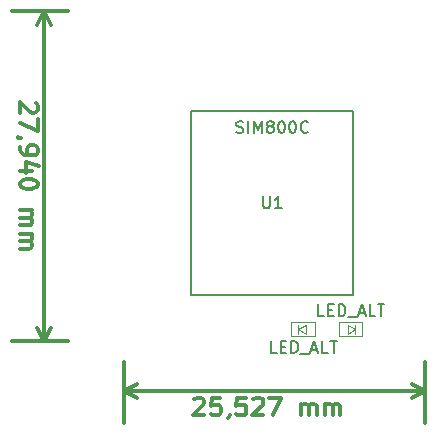
<source format=gbr>
G04 #@! TF.FileFunction,Other,Fab,Top*
%FSLAX46Y46*%
G04 Gerber Fmt 4.6, Leading zero omitted, Abs format (unit mm)*
G04 Created by KiCad (PCBNEW 4.0.6) date 08/13/17 18:46:42*
%MOMM*%
%LPD*%
G01*
G04 APERTURE LIST*
%ADD10C,0.100000*%
%ADD11C,0.300000*%
%ADD12C,0.150000*%
G04 APERTURE END LIST*
D10*
D11*
X131433971Y-70493715D02*
X131505400Y-70565144D01*
X131576829Y-70708001D01*
X131576829Y-71065144D01*
X131505400Y-71208001D01*
X131433971Y-71279430D01*
X131291114Y-71350858D01*
X131148257Y-71350858D01*
X130933971Y-71279430D01*
X130076829Y-70422287D01*
X130076829Y-71350858D01*
X131576829Y-71850858D02*
X131576829Y-72850858D01*
X130076829Y-72208001D01*
X130148257Y-73493714D02*
X130076829Y-73493714D01*
X129933971Y-73422286D01*
X129862543Y-73350857D01*
X130076829Y-74208000D02*
X130076829Y-74493715D01*
X130148257Y-74636572D01*
X130219686Y-74708000D01*
X130433971Y-74850858D01*
X130719686Y-74922286D01*
X131291114Y-74922286D01*
X131433971Y-74850858D01*
X131505400Y-74779429D01*
X131576829Y-74636572D01*
X131576829Y-74350858D01*
X131505400Y-74208000D01*
X131433971Y-74136572D01*
X131291114Y-74065143D01*
X130933971Y-74065143D01*
X130791114Y-74136572D01*
X130719686Y-74208000D01*
X130648257Y-74350858D01*
X130648257Y-74636572D01*
X130719686Y-74779429D01*
X130791114Y-74850858D01*
X130933971Y-74922286D01*
X131076829Y-76208000D02*
X130076829Y-76208000D01*
X131648257Y-75850857D02*
X130576829Y-75493714D01*
X130576829Y-76422286D01*
X131576829Y-77279428D02*
X131576829Y-77422285D01*
X131505400Y-77565142D01*
X131433971Y-77636571D01*
X131291114Y-77708000D01*
X131005400Y-77779428D01*
X130648257Y-77779428D01*
X130362543Y-77708000D01*
X130219686Y-77636571D01*
X130148257Y-77565142D01*
X130076829Y-77422285D01*
X130076829Y-77279428D01*
X130148257Y-77136571D01*
X130219686Y-77065142D01*
X130362543Y-76993714D01*
X130648257Y-76922285D01*
X131005400Y-76922285D01*
X131291114Y-76993714D01*
X131433971Y-77065142D01*
X131505400Y-77136571D01*
X131576829Y-77279428D01*
X130076829Y-79565142D02*
X131076829Y-79565142D01*
X130933971Y-79565142D02*
X131005400Y-79636570D01*
X131076829Y-79779428D01*
X131076829Y-79993713D01*
X131005400Y-80136570D01*
X130862543Y-80207999D01*
X130076829Y-80207999D01*
X130862543Y-80207999D02*
X131005400Y-80279428D01*
X131076829Y-80422285D01*
X131076829Y-80636570D01*
X131005400Y-80779428D01*
X130862543Y-80850856D01*
X130076829Y-80850856D01*
X130076829Y-81565142D02*
X131076829Y-81565142D01*
X130933971Y-81565142D02*
X131005400Y-81636570D01*
X131076829Y-81779428D01*
X131076829Y-81993713D01*
X131005400Y-82136570D01*
X130862543Y-82207999D01*
X130076829Y-82207999D01*
X130862543Y-82207999D02*
X131005400Y-82279428D01*
X131076829Y-82422285D01*
X131076829Y-82636570D01*
X131005400Y-82779428D01*
X130862543Y-82850856D01*
X130076829Y-82850856D01*
X132105400Y-62738000D02*
X132105400Y-90678000D01*
X134137400Y-62738000D02*
X129405400Y-62738000D01*
X134137400Y-90678000D02*
X129405400Y-90678000D01*
X132105400Y-90678000D02*
X131518979Y-89551496D01*
X132105400Y-90678000D02*
X132691821Y-89551496D01*
X132105400Y-62738000D02*
X131518979Y-63864504D01*
X132105400Y-62738000D02*
X132691821Y-63864504D01*
X144814115Y-95587429D02*
X144885544Y-95516000D01*
X145028401Y-95444571D01*
X145385544Y-95444571D01*
X145528401Y-95516000D01*
X145599830Y-95587429D01*
X145671258Y-95730286D01*
X145671258Y-95873143D01*
X145599830Y-96087429D01*
X144742687Y-96944571D01*
X145671258Y-96944571D01*
X147028401Y-95444571D02*
X146314115Y-95444571D01*
X146242686Y-96158857D01*
X146314115Y-96087429D01*
X146456972Y-96016000D01*
X146814115Y-96016000D01*
X146956972Y-96087429D01*
X147028401Y-96158857D01*
X147099829Y-96301714D01*
X147099829Y-96658857D01*
X147028401Y-96801714D01*
X146956972Y-96873143D01*
X146814115Y-96944571D01*
X146456972Y-96944571D01*
X146314115Y-96873143D01*
X146242686Y-96801714D01*
X147814114Y-96873143D02*
X147814114Y-96944571D01*
X147742686Y-97087429D01*
X147671257Y-97158857D01*
X149171258Y-95444571D02*
X148456972Y-95444571D01*
X148385543Y-96158857D01*
X148456972Y-96087429D01*
X148599829Y-96016000D01*
X148956972Y-96016000D01*
X149099829Y-96087429D01*
X149171258Y-96158857D01*
X149242686Y-96301714D01*
X149242686Y-96658857D01*
X149171258Y-96801714D01*
X149099829Y-96873143D01*
X148956972Y-96944571D01*
X148599829Y-96944571D01*
X148456972Y-96873143D01*
X148385543Y-96801714D01*
X149814114Y-95587429D02*
X149885543Y-95516000D01*
X150028400Y-95444571D01*
X150385543Y-95444571D01*
X150528400Y-95516000D01*
X150599829Y-95587429D01*
X150671257Y-95730286D01*
X150671257Y-95873143D01*
X150599829Y-96087429D01*
X149742686Y-96944571D01*
X150671257Y-96944571D01*
X151171257Y-95444571D02*
X152171257Y-95444571D01*
X151528400Y-96944571D01*
X153885542Y-96944571D02*
X153885542Y-95944571D01*
X153885542Y-96087429D02*
X153956970Y-96016000D01*
X154099828Y-95944571D01*
X154314113Y-95944571D01*
X154456970Y-96016000D01*
X154528399Y-96158857D01*
X154528399Y-96944571D01*
X154528399Y-96158857D02*
X154599828Y-96016000D01*
X154742685Y-95944571D01*
X154956970Y-95944571D01*
X155099828Y-96016000D01*
X155171256Y-96158857D01*
X155171256Y-96944571D01*
X155885542Y-96944571D02*
X155885542Y-95944571D01*
X155885542Y-96087429D02*
X155956970Y-96016000D01*
X156099828Y-95944571D01*
X156314113Y-95944571D01*
X156456970Y-96016000D01*
X156528399Y-96158857D01*
X156528399Y-96944571D01*
X156528399Y-96158857D02*
X156599828Y-96016000D01*
X156742685Y-95944571D01*
X156956970Y-95944571D01*
X157099828Y-96016000D01*
X157171256Y-96158857D01*
X157171256Y-96944571D01*
X164363400Y-94868999D02*
X138836400Y-94868999D01*
X164363400Y-92456000D02*
X164363400Y-97568999D01*
X138836400Y-92456000D02*
X138836400Y-97568999D01*
X138836400Y-94868999D02*
X139962904Y-94282578D01*
X138836400Y-94868999D02*
X139962904Y-95455420D01*
X164363400Y-94868999D02*
X163236896Y-94282578D01*
X164363400Y-94868999D02*
X163236896Y-95455420D01*
D10*
X158451000Y-90045000D02*
X158451000Y-89245000D01*
X158451000Y-89645000D02*
X157851000Y-90045000D01*
X157851000Y-89245000D02*
X158451000Y-89645000D01*
X157851000Y-90045000D02*
X157851000Y-89245000D01*
X157051000Y-89045000D02*
X159051000Y-89045000D01*
X157051000Y-90245000D02*
X157051000Y-89045000D01*
X159051000Y-90245000D02*
X157051000Y-90245000D01*
X159051000Y-89045000D02*
X159051000Y-90245000D01*
X153641000Y-89245000D02*
X153641000Y-90045000D01*
X153641000Y-89645000D02*
X154241000Y-89245000D01*
X154241000Y-90045000D02*
X153641000Y-89645000D01*
X154241000Y-89245000D02*
X154241000Y-90045000D01*
X155041000Y-90245000D02*
X153041000Y-90245000D01*
X155041000Y-89045000D02*
X155041000Y-90245000D01*
X153041000Y-89045000D02*
X155041000Y-89045000D01*
X153041000Y-90245000D02*
X153041000Y-89045000D01*
D12*
X144571000Y-86745000D02*
X158271000Y-86745000D01*
X144571000Y-71145000D02*
X144571000Y-86745000D01*
X158271000Y-71145000D02*
X144571000Y-71145000D01*
X158271000Y-86745000D02*
X158271000Y-71135000D01*
X155812905Y-88547381D02*
X155336714Y-88547381D01*
X155336714Y-87547381D01*
X156146238Y-88023571D02*
X156479572Y-88023571D01*
X156622429Y-88547381D02*
X156146238Y-88547381D01*
X156146238Y-87547381D01*
X156622429Y-87547381D01*
X157051000Y-88547381D02*
X157051000Y-87547381D01*
X157289095Y-87547381D01*
X157431953Y-87595000D01*
X157527191Y-87690238D01*
X157574810Y-87785476D01*
X157622429Y-87975952D01*
X157622429Y-88118810D01*
X157574810Y-88309286D01*
X157527191Y-88404524D01*
X157431953Y-88499762D01*
X157289095Y-88547381D01*
X157051000Y-88547381D01*
X157812905Y-88642619D02*
X158574810Y-88642619D01*
X158765286Y-88261667D02*
X159241477Y-88261667D01*
X158670048Y-88547381D02*
X159003381Y-87547381D01*
X159336715Y-88547381D01*
X160146239Y-88547381D02*
X159670048Y-88547381D01*
X159670048Y-87547381D01*
X160336715Y-87547381D02*
X160908144Y-87547381D01*
X160622429Y-88547381D02*
X160622429Y-87547381D01*
X151802905Y-91647381D02*
X151326714Y-91647381D01*
X151326714Y-90647381D01*
X152136238Y-91123571D02*
X152469572Y-91123571D01*
X152612429Y-91647381D02*
X152136238Y-91647381D01*
X152136238Y-90647381D01*
X152612429Y-90647381D01*
X153041000Y-91647381D02*
X153041000Y-90647381D01*
X153279095Y-90647381D01*
X153421953Y-90695000D01*
X153517191Y-90790238D01*
X153564810Y-90885476D01*
X153612429Y-91075952D01*
X153612429Y-91218810D01*
X153564810Y-91409286D01*
X153517191Y-91504524D01*
X153421953Y-91599762D01*
X153279095Y-91647381D01*
X153041000Y-91647381D01*
X153802905Y-91742619D02*
X154564810Y-91742619D01*
X154755286Y-91361667D02*
X155231477Y-91361667D01*
X154660048Y-91647381D02*
X154993381Y-90647381D01*
X155326715Y-91647381D01*
X156136239Y-91647381D02*
X155660048Y-91647381D01*
X155660048Y-90647381D01*
X156326715Y-90647381D02*
X156898144Y-90647381D01*
X156612429Y-91647381D02*
X156612429Y-90647381D01*
X148387191Y-72979762D02*
X148530048Y-73027381D01*
X148768144Y-73027381D01*
X148863382Y-72979762D01*
X148911001Y-72932143D01*
X148958620Y-72836905D01*
X148958620Y-72741667D01*
X148911001Y-72646429D01*
X148863382Y-72598810D01*
X148768144Y-72551190D01*
X148577667Y-72503571D01*
X148482429Y-72455952D01*
X148434810Y-72408333D01*
X148387191Y-72313095D01*
X148387191Y-72217857D01*
X148434810Y-72122619D01*
X148482429Y-72075000D01*
X148577667Y-72027381D01*
X148815763Y-72027381D01*
X148958620Y-72075000D01*
X149387191Y-73027381D02*
X149387191Y-72027381D01*
X149863381Y-73027381D02*
X149863381Y-72027381D01*
X150196715Y-72741667D01*
X150530048Y-72027381D01*
X150530048Y-73027381D01*
X151149095Y-72455952D02*
X151053857Y-72408333D01*
X151006238Y-72360714D01*
X150958619Y-72265476D01*
X150958619Y-72217857D01*
X151006238Y-72122619D01*
X151053857Y-72075000D01*
X151149095Y-72027381D01*
X151339572Y-72027381D01*
X151434810Y-72075000D01*
X151482429Y-72122619D01*
X151530048Y-72217857D01*
X151530048Y-72265476D01*
X151482429Y-72360714D01*
X151434810Y-72408333D01*
X151339572Y-72455952D01*
X151149095Y-72455952D01*
X151053857Y-72503571D01*
X151006238Y-72551190D01*
X150958619Y-72646429D01*
X150958619Y-72836905D01*
X151006238Y-72932143D01*
X151053857Y-72979762D01*
X151149095Y-73027381D01*
X151339572Y-73027381D01*
X151434810Y-72979762D01*
X151482429Y-72932143D01*
X151530048Y-72836905D01*
X151530048Y-72646429D01*
X151482429Y-72551190D01*
X151434810Y-72503571D01*
X151339572Y-72455952D01*
X152149095Y-72027381D02*
X152244334Y-72027381D01*
X152339572Y-72075000D01*
X152387191Y-72122619D01*
X152434810Y-72217857D01*
X152482429Y-72408333D01*
X152482429Y-72646429D01*
X152434810Y-72836905D01*
X152387191Y-72932143D01*
X152339572Y-72979762D01*
X152244334Y-73027381D01*
X152149095Y-73027381D01*
X152053857Y-72979762D01*
X152006238Y-72932143D01*
X151958619Y-72836905D01*
X151911000Y-72646429D01*
X151911000Y-72408333D01*
X151958619Y-72217857D01*
X152006238Y-72122619D01*
X152053857Y-72075000D01*
X152149095Y-72027381D01*
X153101476Y-72027381D02*
X153196715Y-72027381D01*
X153291953Y-72075000D01*
X153339572Y-72122619D01*
X153387191Y-72217857D01*
X153434810Y-72408333D01*
X153434810Y-72646429D01*
X153387191Y-72836905D01*
X153339572Y-72932143D01*
X153291953Y-72979762D01*
X153196715Y-73027381D01*
X153101476Y-73027381D01*
X153006238Y-72979762D01*
X152958619Y-72932143D01*
X152911000Y-72836905D01*
X152863381Y-72646429D01*
X152863381Y-72408333D01*
X152911000Y-72217857D01*
X152958619Y-72122619D01*
X153006238Y-72075000D01*
X153101476Y-72027381D01*
X154434810Y-72932143D02*
X154387191Y-72979762D01*
X154244334Y-73027381D01*
X154149096Y-73027381D01*
X154006238Y-72979762D01*
X153911000Y-72884524D01*
X153863381Y-72789286D01*
X153815762Y-72598810D01*
X153815762Y-72455952D01*
X153863381Y-72265476D01*
X153911000Y-72170238D01*
X154006238Y-72075000D01*
X154149096Y-72027381D01*
X154244334Y-72027381D01*
X154387191Y-72075000D01*
X154434810Y-72122619D01*
X150659095Y-78397381D02*
X150659095Y-79206905D01*
X150706714Y-79302143D01*
X150754333Y-79349762D01*
X150849571Y-79397381D01*
X151040048Y-79397381D01*
X151135286Y-79349762D01*
X151182905Y-79302143D01*
X151230524Y-79206905D01*
X151230524Y-78397381D01*
X152230524Y-79397381D02*
X151659095Y-79397381D01*
X151944809Y-79397381D02*
X151944809Y-78397381D01*
X151849571Y-78540238D01*
X151754333Y-78635476D01*
X151659095Y-78683095D01*
M02*

</source>
